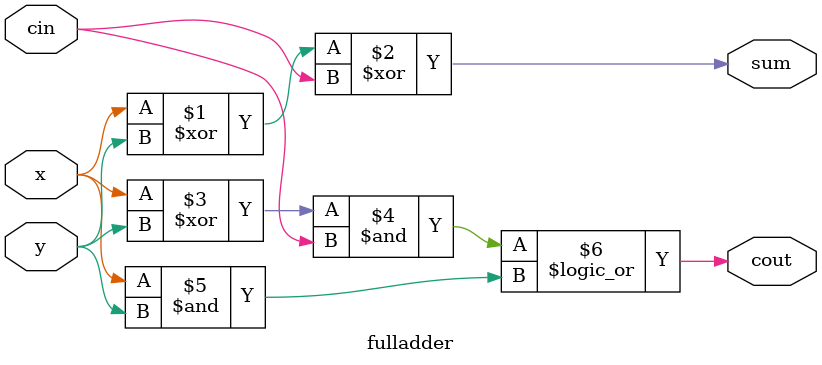
<source format=v>
/*
    SUM = (X XOR Y) XOR CIN
    COUT = ( (X XOR Y) AND CIN ) OR (X AND Y)
*/

module fulladder(x, y, cin, sum, cout);
    input x, y, cin;
    output sum, cout;

    assign sum = (x ^ y) ^ cin;
    assign cout = ((x ^ y) & cin) || (x & y) ;
endmodule
</source>
